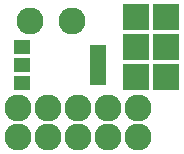
<source format=gbr>
%FSLAX35Y35*%
%MOIN*%
G04 EasyPC Gerber Version 18.0.8 Build 3632 *
%ADD105R,0.05724X0.13795*%
%ADD110R,0.09000X0.09000*%
%ADD109C,0.09000*%
%ADD104R,0.05724X0.04543*%
X0Y0D02*
D02*
D104*
X6152Y23344D03*
Y29250D03*
Y35156D03*
D02*
D105*
X31348Y29250D03*
D02*
D109*
X4750Y5250D03*
Y14750D03*
X8750Y43750D03*
X14750Y5250D03*
Y14750D03*
X22750Y43750D03*
X24750Y5250D03*
Y14750D03*
X34750Y5250D03*
Y14750D03*
X44750Y5250D03*
Y14750D03*
D02*
D110*
X44250Y25250D03*
Y35250D03*
Y45250D03*
X54250Y25250D03*
Y35250D03*
Y45250D03*
X0Y0D02*
M02*

</source>
